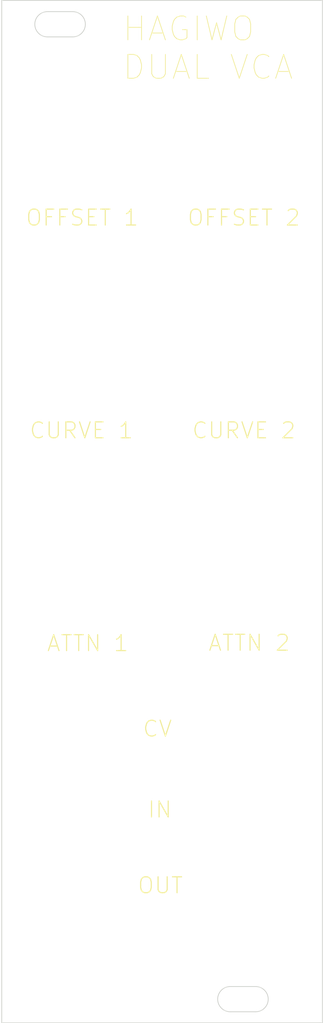
<source format=kicad_pcb>
(kicad_pcb (version 20240108) (generator "pcbnew") (generator_version "8.0")
  (layers (0 "F.Cu" signal) (31 "B.Cu" signal) (34 "B.Paste" user) (35 "F.Paste" user) (36 "B.SilkS" user "B.Silkscreen") (37 "F.SilkS" user "F.Silkscreen") (38 "B.Mask" user) (39 "F.Mask" user) (44 "Edge.Cuts" user))
  (net 0 "")
  (footprint "Library:Faceplate_Hole_Pot_9mm_NPTH" (layer "F.Cu") (at 81.280326 95.252765)
    (property "Reference" "REF**" (hide yes))
    (property "Value" "Faceplate_Hole_Pot_9mm_NPTH" (hide yes))
    (pad "" np_thru_hole circle (at 0 0) (size 6.604 6.604) (drill 6.604) (layers "F&B.Cu" "*.Mask"))
  )
  (footprint "PCM_4ms_Faceplate:Faceplate_Rail_Mount_Slot" (layer "F.Cu") (at 58.3 53.8)
    (property "Reference" "REF**" (hide yes))
    (property "Value" "Rail_mount_slot" (hide yes))
    (fp_line (start -1.5875 -1.5875) (end 1.5875 -1.5875) (stroke (width 0.1)) (layer "Edge.Cuts"))
    (fp_line (start -1.5875 1.5875) (end 1.5875 1.5875) (stroke (width 0.1)) (layer "Edge.Cuts"))
    (fp_arc (start -1.5875 1.5875) (mid -3.175 0) (end -1.5875 -1.5875) (stroke (width 0.1)) (layer "Edge.Cuts"))
    (fp_arc (start 1.5875 -1.5875) (mid 3.175 0) (end 1.5875 1.5875) (stroke (width 0.1)) (layer "Edge.Cuts"))
  )
  (footprint "Library:Faceplate_Hole_Pot_9mm_NPTH" (layer "F.Cu") (at 60.96 68.58)
    (property "Reference" "REF**" (hide yes))
    (property "Value" "Faceplate_Hole_Pot_9mm_NPTH" (hide yes))
    (pad "" np_thru_hole circle (at 0 0) (size 6.604 6.604) (drill 6.604) (layers "F&B.Cu" "*.Mask"))
  )
  (footprint "Library:Faceplate_Hole_Pot_9mm_NPTH" (layer "F.Cu") (at 81.280326 121.922765)
    (property "Reference" "REF**" (hide yes))
    (property "Value" "Faceplate_Hole_Pot_9mm_NPTH" (hide yes))
    (pad "" np_thru_hole circle (at 0 0) (size 6.604 6.604) (drill 6.604) (layers "F&B.Cu" "*.Mask"))
  )
  (footprint "Library:Faceplate_Hole_Jack_3.5mm_NPTH" (layer "F.Cu") (at 81.28 142.24)
    (property "Reference" "REF**" (hide yes))
    (property "Value" "GND" (hide yes))
    (pad "" np_thru_hole circle (at 0 0) (size 6.604 6.604) (drill 6.604) (layers "F&B.Cu" "*.Mask"))
  )
  (footprint "Library:Faceplate_Hole_Pot_9mm_NPTH" (layer "F.Cu") (at 60.960326 121.922765)
    (property "Reference" "REF**" (hide yes))
    (property "Value" "Faceplate_Hole_Pot_9mm_NPTH" (hide yes))
    (pad "" np_thru_hole circle (at 0 0) (size 6.604 6.604) (drill 6.604) (layers "F&B.Cu" "*.Mask"))
  )
  (footprint "Library:Faceplate_Hole_Pot_9mm_NPTH" (layer "F.Cu") (at 81.28 68.58)
    (property "Reference" "REF**" (hide yes))
    (property "Value" "Faceplate_Hole_Pot_9mm_NPTH" (hide yes))
    (pad "" np_thru_hole circle (at 0 0) (size 6.604 6.604) (drill 6.604) (layers "F&B.Cu" "*.Mask"))
  )
  (footprint "Library:Faceplate_Hole_Pot_9mm_NPTH" (layer "F.Cu") (at 60.960326 95.252765)
    (property "Reference" "REF**" (hide yes))
    (property "Value" "Faceplate_Hole_Pot_9mm_NPTH" (hide yes))
    (pad "" np_thru_hole circle (at 0 0) (size 6.604 6.604) (drill 6.604) (layers "F&B.Cu" "*.Mask"))
  )
  (footprint "PCM_4ms_Faceplate:Faceplate_Rail_Mount_Slot" (layer "F.Cu") (at 81.28 176.324)
    (property "Reference" "REF**" (hide yes))
    (property "Value" "Rail_mount_slot" (hide yes))
    (fp_line (start -1.5875 -1.5875) (end 1.5875 -1.5875) (stroke (width 0.1)) (layer "Edge.Cuts"))
    (fp_line (start -1.5875 1.5875) (end 1.5875 1.5875) (stroke (width 0.1)) (layer "Edge.Cuts"))
    (fp_arc (start -1.5875 1.5875) (mid -3.175 0) (end -1.5875 -1.5875) (stroke (width 0.1)) (layer "Edge.Cuts"))
    (fp_arc (start 1.5875 -1.5875) (mid 3.175 0) (end 1.5875 1.5875) (stroke (width 0.1)) (layer "Edge.Cuts"))
  )
  (footprint "Library:Faceplate_Hole_Jack_3.5mm_NPTH" (layer "F.Cu") (at 81.28 162.56)
    (property "Reference" "REF**" (hide yes))
    (property "Value" "GND" (hide yes))
    (pad "" np_thru_hole circle (at 0 0) (size 6.604 6.604) (drill 6.604) (layers "F&B.Cu" "*.Mask"))
  )
  (footprint "Library:Faceplate_Hole_Jack_3.5mm_NPTH" (layer "F.Cu") (at 81.28 152.4)
    (property "Reference" "REF**" (hide yes))
    (property "Value" "GND" (hide yes))
    (pad "" np_thru_hole circle (at 0 0) (size 6.604 6.604) (drill 6.604) (layers "F&B.Cu" "*.Mask"))
  )
  (footprint "Library:Faceplate_Hole_Jack_3.5mm_NPTH" (layer "F.Cu") (at 60.9473 162.56)
    (property "Reference" "REF**" (hide yes))
    (property "Value" "GND" (hide yes))
    (pad "" np_thru_hole circle (at 0 0) (size 6.604 6.604) (drill 6.604) (layers "F&B.Cu" "*.Mask"))
  )
  (footprint "Library:Faceplate_Hole_Jack_3.5mm_NPTH" (layer "F.Cu") (at 60.96 152.4)
    (property "Reference" "REF**" (hide yes))
    (property "Value" "GND" (hide yes))
    (pad "" np_thru_hole circle (at 0 0) (size 6.604 6.604) (drill 6.604) (layers "F&B.Cu" "*.Mask"))
  )
  (footprint "Library:Faceplate_Hole_Jack_3.5mm_NPTH" (layer "F.Cu") (at 60.96 142.24)
    (property "Reference" "REF**" (hide yes))
    (property "Value" "GND" (hide yes))
    (pad "" np_thru_hole circle (at 0 0) (size 6.604 6.604) (drill 6.604) (layers "F&B.Cu" "*.Mask"))
  )
  (gr_rect (start 50.97 50.8) (end 91.27 179.3) (stroke (width 0.1)) (fill none) (layer "Edge.Cuts"))
  (gr_text "ATTN 2" (at 76.835 132.717765 0) (layer "F.SilkS") (effects (font (size 2 2)) (justify left bottom)))
  (gr_text "ATTN 1" (at 56.5404 132.768565 0) (layer "F.SilkS") (effects (font (size 2 2)) (justify left bottom)))
  (gr_text "HAGIWO\nDUAL VCA" (at 66.04 60.96 0) (layer "F.SilkS") (effects (font (size 3 3) (thickness 0.1)) (justify left bottom)))
  (gr_text "CURVE 1" (at 54.356 106.022365 0) (layer "F.SilkS") (effects (font (size 2 2)) (justify left bottom)))
  (gr_text "IN" (at 69.215 153.672765 0) (layer "F.SilkS") (effects (font (size 2 2)) (justify left bottom)))
  (gr_text "OFFSET 1" (at 53.883 79.281565 0) (layer "F.SilkS") (effects (font (size 2 2)) (justify left bottom)))
  (gr_text "CV" (at 68.58 143.512765 0) (layer "F.SilkS") (effects (font (size 2 2)) (justify left bottom)))
  (gr_text "OFFSET 2" (at 74.203 79.281565 0) (layer "F.SilkS") (effects (font (size 2 2)) (justify left bottom)))
  (gr_text "OUT" (at 67.945 163.197765 0) (layer "F.SilkS") (effects (font (size 2 2)) (justify left bottom)))
  (gr_text "CURVE 2" (at 74.7776 106.022365 0) (layer "F.SilkS") (effects (font (size 2 2)) (justify left bottom)))
)
</source>
